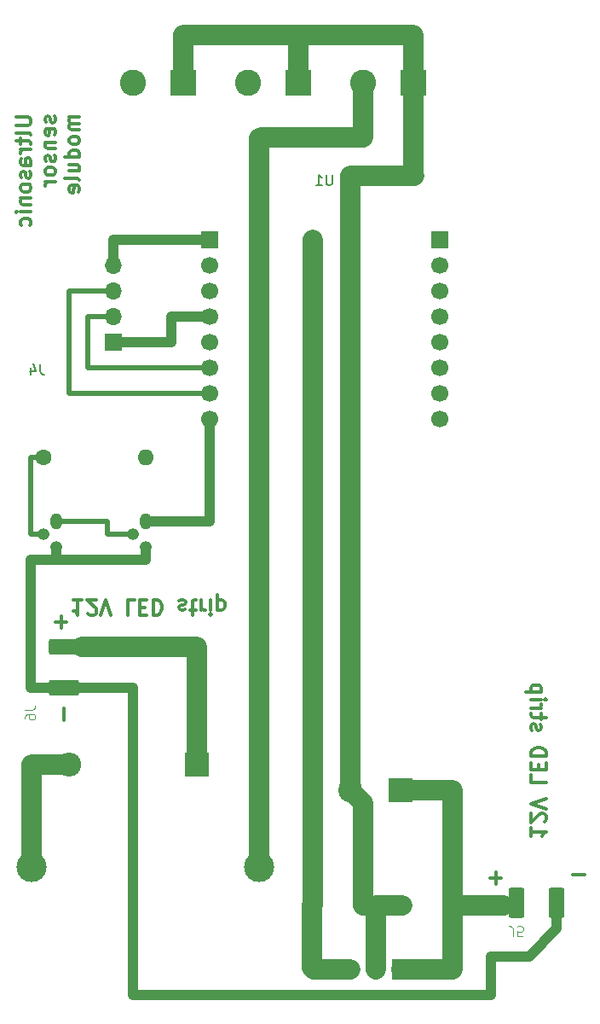
<source format=gbr>
%TF.GenerationSoftware,KiCad,Pcbnew,9.0.6*%
%TF.CreationDate,2025-11-15T16:36:52+01:00*%
%TF.ProjectId,mailbox_esp32_cam_v2_0,6d61696c-626f-4785-9f65-737033325f63,rev?*%
%TF.SameCoordinates,Original*%
%TF.FileFunction,Copper,L2,Bot*%
%TF.FilePolarity,Positive*%
%FSLAX46Y46*%
G04 Gerber Fmt 4.6, Leading zero omitted, Abs format (unit mm)*
G04 Created by KiCad (PCBNEW 9.0.6) date 2025-11-15 16:36:52*
%MOMM*%
%LPD*%
G01*
G04 APERTURE LIST*
G04 Aperture macros list*
%AMRoundRect*
0 Rectangle with rounded corners*
0 $1 Rounding radius*
0 $2 $3 $4 $5 $6 $7 $8 $9 X,Y pos of 4 corners*
0 Add a 4 corners polygon primitive as box body*
4,1,4,$2,$3,$4,$5,$6,$7,$8,$9,$2,$3,0*
0 Add four circle primitives for the rounded corners*
1,1,$1+$1,$2,$3*
1,1,$1+$1,$4,$5*
1,1,$1+$1,$6,$7*
1,1,$1+$1,$8,$9*
0 Add four rect primitives between the rounded corners*
20,1,$1+$1,$2,$3,$4,$5,0*
20,1,$1+$1,$4,$5,$6,$7,0*
20,1,$1+$1,$6,$7,$8,$9,0*
20,1,$1+$1,$8,$9,$2,$3,0*%
G04 Aperture macros list end*
%ADD10C,0.300000*%
%TA.AperFunction,NonConductor*%
%ADD11C,0.300000*%
%TD*%
%ADD12C,0.100000*%
%TA.AperFunction,NonConductor*%
%ADD13C,0.100000*%
%TD*%
%ADD14C,0.150000*%
%TA.AperFunction,NonConductor*%
%ADD15C,0.150000*%
%TD*%
%TA.AperFunction,ComponentPad*%
%ADD16O,1.200000X1.600000*%
%TD*%
%TA.AperFunction,ComponentPad*%
%ADD17O,1.200000X1.200000*%
%TD*%
%TA.AperFunction,ComponentPad*%
%ADD18R,2.400000X2.400000*%
%TD*%
%TA.AperFunction,ComponentPad*%
%ADD19O,2.400000X2.400000*%
%TD*%
%TA.AperFunction,ComponentPad*%
%ADD20C,3.000000*%
%TD*%
%TA.AperFunction,ComponentPad*%
%ADD21C,2.400000*%
%TD*%
%TA.AperFunction,ComponentPad*%
%ADD22C,1.600000*%
%TD*%
%TA.AperFunction,ComponentPad*%
%ADD23R,2.600000X2.600000*%
%TD*%
%TA.AperFunction,ComponentPad*%
%ADD24C,2.600000*%
%TD*%
%TA.AperFunction,ComponentPad*%
%ADD25R,1.905000X2.000000*%
%TD*%
%TA.AperFunction,ComponentPad*%
%ADD26O,1.905000X2.000000*%
%TD*%
%TA.AperFunction,ComponentPad*%
%ADD27O,1.600000X1.600000*%
%TD*%
%TA.AperFunction,SMDPad,CuDef*%
%ADD28RoundRect,0.250000X-1.250000X-0.550000X1.250000X-0.550000X1.250000X0.550000X-1.250000X0.550000X0*%
%TD*%
%TA.AperFunction,ComponentPad*%
%ADD29R,1.700000X1.700000*%
%TD*%
%TA.AperFunction,ComponentPad*%
%ADD30O,1.700000X1.700000*%
%TD*%
%TA.AperFunction,ComponentPad*%
%ADD31C,1.700000*%
%TD*%
%TA.AperFunction,SMDPad,CuDef*%
%ADD32RoundRect,0.250000X0.550000X-1.250000X0.550000X1.250000X-0.550000X1.250000X-0.550000X-1.250000X0*%
%TD*%
%TA.AperFunction,ViaPad*%
%ADD33C,0.600000*%
%TD*%
%TA.AperFunction,Conductor*%
%ADD34C,1.000000*%
%TD*%
%TA.AperFunction,Conductor*%
%ADD35C,2.000000*%
%TD*%
%TA.AperFunction,Conductor*%
%ADD36C,0.200000*%
%TD*%
%TA.AperFunction,Conductor*%
%ADD37C,0.500000*%
%TD*%
G04 APERTURE END LIST*
D10*
D11*
X27440600Y-102315489D02*
X27440600Y-101172632D01*
D10*
D11*
X70349400Y-117394510D02*
X70349400Y-118537368D01*
X70920828Y-117965939D02*
X69777971Y-117965939D01*
D10*
D11*
X29280225Y-90369171D02*
X28423082Y-90369171D01*
X28851653Y-90369171D02*
X28851653Y-91869171D01*
X28851653Y-91869171D02*
X28708796Y-91654885D01*
X28708796Y-91654885D02*
X28565939Y-91512028D01*
X28565939Y-91512028D02*
X28423082Y-91440600D01*
X29851653Y-91726314D02*
X29923081Y-91797742D01*
X29923081Y-91797742D02*
X30065939Y-91869171D01*
X30065939Y-91869171D02*
X30423081Y-91869171D01*
X30423081Y-91869171D02*
X30565939Y-91797742D01*
X30565939Y-91797742D02*
X30637367Y-91726314D01*
X30637367Y-91726314D02*
X30708796Y-91583457D01*
X30708796Y-91583457D02*
X30708796Y-91440600D01*
X30708796Y-91440600D02*
X30637367Y-91226314D01*
X30637367Y-91226314D02*
X29780224Y-90369171D01*
X29780224Y-90369171D02*
X30708796Y-90369171D01*
X31137367Y-91869171D02*
X31637367Y-90369171D01*
X31637367Y-90369171D02*
X32137367Y-91869171D01*
X34494509Y-90369171D02*
X33780223Y-90369171D01*
X33780223Y-90369171D02*
X33780223Y-91869171D01*
X34994509Y-91154885D02*
X35494509Y-91154885D01*
X35708795Y-90369171D02*
X34994509Y-90369171D01*
X34994509Y-90369171D02*
X34994509Y-91869171D01*
X34994509Y-91869171D02*
X35708795Y-91869171D01*
X36351652Y-90369171D02*
X36351652Y-91869171D01*
X36351652Y-91869171D02*
X36708795Y-91869171D01*
X36708795Y-91869171D02*
X36923081Y-91797742D01*
X36923081Y-91797742D02*
X37065938Y-91654885D01*
X37065938Y-91654885D02*
X37137367Y-91512028D01*
X37137367Y-91512028D02*
X37208795Y-91226314D01*
X37208795Y-91226314D02*
X37208795Y-91012028D01*
X37208795Y-91012028D02*
X37137367Y-90726314D01*
X37137367Y-90726314D02*
X37065938Y-90583457D01*
X37065938Y-90583457D02*
X36923081Y-90440600D01*
X36923081Y-90440600D02*
X36708795Y-90369171D01*
X36708795Y-90369171D02*
X36351652Y-90369171D01*
X38923081Y-90440600D02*
X39065938Y-90369171D01*
X39065938Y-90369171D02*
X39351652Y-90369171D01*
X39351652Y-90369171D02*
X39494509Y-90440600D01*
X39494509Y-90440600D02*
X39565938Y-90583457D01*
X39565938Y-90583457D02*
X39565938Y-90654885D01*
X39565938Y-90654885D02*
X39494509Y-90797742D01*
X39494509Y-90797742D02*
X39351652Y-90869171D01*
X39351652Y-90869171D02*
X39137367Y-90869171D01*
X39137367Y-90869171D02*
X38994509Y-90940600D01*
X38994509Y-90940600D02*
X38923081Y-91083457D01*
X38923081Y-91083457D02*
X38923081Y-91154885D01*
X38923081Y-91154885D02*
X38994509Y-91297742D01*
X38994509Y-91297742D02*
X39137367Y-91369171D01*
X39137367Y-91369171D02*
X39351652Y-91369171D01*
X39351652Y-91369171D02*
X39494509Y-91297742D01*
X39994510Y-91369171D02*
X40565938Y-91369171D01*
X40208795Y-91869171D02*
X40208795Y-90583457D01*
X40208795Y-90583457D02*
X40280224Y-90440600D01*
X40280224Y-90440600D02*
X40423081Y-90369171D01*
X40423081Y-90369171D02*
X40565938Y-90369171D01*
X41065938Y-90369171D02*
X41065938Y-91369171D01*
X41065938Y-91083457D02*
X41137367Y-91226314D01*
X41137367Y-91226314D02*
X41208796Y-91297742D01*
X41208796Y-91297742D02*
X41351653Y-91369171D01*
X41351653Y-91369171D02*
X41494510Y-91369171D01*
X41994509Y-90369171D02*
X41994509Y-91369171D01*
X41994509Y-91869171D02*
X41923081Y-91797742D01*
X41923081Y-91797742D02*
X41994509Y-91726314D01*
X41994509Y-91726314D02*
X42065938Y-91797742D01*
X42065938Y-91797742D02*
X41994509Y-91869171D01*
X41994509Y-91869171D02*
X41994509Y-91726314D01*
X42708795Y-91369171D02*
X42708795Y-89869171D01*
X42708795Y-91297742D02*
X42851653Y-91369171D01*
X42851653Y-91369171D02*
X43137367Y-91369171D01*
X43137367Y-91369171D02*
X43280224Y-91297742D01*
X43280224Y-91297742D02*
X43351653Y-91226314D01*
X43351653Y-91226314D02*
X43423081Y-91083457D01*
X43423081Y-91083457D02*
X43423081Y-90654885D01*
X43423081Y-90654885D02*
X43351653Y-90512028D01*
X43351653Y-90512028D02*
X43280224Y-90440600D01*
X43280224Y-90440600D02*
X43137367Y-90369171D01*
X43137367Y-90369171D02*
X42851653Y-90369171D01*
X42851653Y-90369171D02*
X42708795Y-90440600D01*
D10*
D11*
X27169400Y-91994510D02*
X27169400Y-93137368D01*
X27740828Y-92565939D02*
X26597971Y-92565939D01*
D10*
D11*
X78024510Y-117610600D02*
X79167368Y-117610600D01*
D10*
D11*
X22680996Y-42464510D02*
X23895282Y-42464510D01*
X23895282Y-42464510D02*
X24038139Y-42535939D01*
X24038139Y-42535939D02*
X24109568Y-42607368D01*
X24109568Y-42607368D02*
X24180996Y-42750225D01*
X24180996Y-42750225D02*
X24180996Y-43035939D01*
X24180996Y-43035939D02*
X24109568Y-43178796D01*
X24109568Y-43178796D02*
X24038139Y-43250225D01*
X24038139Y-43250225D02*
X23895282Y-43321653D01*
X23895282Y-43321653D02*
X22680996Y-43321653D01*
X24180996Y-44250225D02*
X24109568Y-44107368D01*
X24109568Y-44107368D02*
X23966710Y-44035939D01*
X23966710Y-44035939D02*
X22680996Y-44035939D01*
X23180996Y-44607368D02*
X23180996Y-45178796D01*
X22680996Y-44821653D02*
X23966710Y-44821653D01*
X23966710Y-44821653D02*
X24109568Y-44893082D01*
X24109568Y-44893082D02*
X24180996Y-45035939D01*
X24180996Y-45035939D02*
X24180996Y-45178796D01*
X24180996Y-45678796D02*
X23180996Y-45678796D01*
X23466710Y-45678796D02*
X23323853Y-45750225D01*
X23323853Y-45750225D02*
X23252425Y-45821654D01*
X23252425Y-45821654D02*
X23180996Y-45964511D01*
X23180996Y-45964511D02*
X23180996Y-46107368D01*
X24180996Y-47250225D02*
X23395282Y-47250225D01*
X23395282Y-47250225D02*
X23252425Y-47178796D01*
X23252425Y-47178796D02*
X23180996Y-47035939D01*
X23180996Y-47035939D02*
X23180996Y-46750225D01*
X23180996Y-46750225D02*
X23252425Y-46607367D01*
X24109568Y-47250225D02*
X24180996Y-47107367D01*
X24180996Y-47107367D02*
X24180996Y-46750225D01*
X24180996Y-46750225D02*
X24109568Y-46607367D01*
X24109568Y-46607367D02*
X23966710Y-46535939D01*
X23966710Y-46535939D02*
X23823853Y-46535939D01*
X23823853Y-46535939D02*
X23680996Y-46607367D01*
X23680996Y-46607367D02*
X23609568Y-46750225D01*
X23609568Y-46750225D02*
X23609568Y-47107367D01*
X23609568Y-47107367D02*
X23538139Y-47250225D01*
X24109568Y-47893082D02*
X24180996Y-48035939D01*
X24180996Y-48035939D02*
X24180996Y-48321653D01*
X24180996Y-48321653D02*
X24109568Y-48464510D01*
X24109568Y-48464510D02*
X23966710Y-48535939D01*
X23966710Y-48535939D02*
X23895282Y-48535939D01*
X23895282Y-48535939D02*
X23752425Y-48464510D01*
X23752425Y-48464510D02*
X23680996Y-48321653D01*
X23680996Y-48321653D02*
X23680996Y-48107368D01*
X23680996Y-48107368D02*
X23609568Y-47964510D01*
X23609568Y-47964510D02*
X23466710Y-47893082D01*
X23466710Y-47893082D02*
X23395282Y-47893082D01*
X23395282Y-47893082D02*
X23252425Y-47964510D01*
X23252425Y-47964510D02*
X23180996Y-48107368D01*
X23180996Y-48107368D02*
X23180996Y-48321653D01*
X23180996Y-48321653D02*
X23252425Y-48464510D01*
X24180996Y-49393082D02*
X24109568Y-49250225D01*
X24109568Y-49250225D02*
X24038139Y-49178796D01*
X24038139Y-49178796D02*
X23895282Y-49107368D01*
X23895282Y-49107368D02*
X23466710Y-49107368D01*
X23466710Y-49107368D02*
X23323853Y-49178796D01*
X23323853Y-49178796D02*
X23252425Y-49250225D01*
X23252425Y-49250225D02*
X23180996Y-49393082D01*
X23180996Y-49393082D02*
X23180996Y-49607368D01*
X23180996Y-49607368D02*
X23252425Y-49750225D01*
X23252425Y-49750225D02*
X23323853Y-49821654D01*
X23323853Y-49821654D02*
X23466710Y-49893082D01*
X23466710Y-49893082D02*
X23895282Y-49893082D01*
X23895282Y-49893082D02*
X24038139Y-49821654D01*
X24038139Y-49821654D02*
X24109568Y-49750225D01*
X24109568Y-49750225D02*
X24180996Y-49607368D01*
X24180996Y-49607368D02*
X24180996Y-49393082D01*
X23180996Y-50535939D02*
X24180996Y-50535939D01*
X23323853Y-50535939D02*
X23252425Y-50607368D01*
X23252425Y-50607368D02*
X23180996Y-50750225D01*
X23180996Y-50750225D02*
X23180996Y-50964511D01*
X23180996Y-50964511D02*
X23252425Y-51107368D01*
X23252425Y-51107368D02*
X23395282Y-51178797D01*
X23395282Y-51178797D02*
X24180996Y-51178797D01*
X24180996Y-51893082D02*
X23180996Y-51893082D01*
X22680996Y-51893082D02*
X22752425Y-51821654D01*
X22752425Y-51821654D02*
X22823853Y-51893082D01*
X22823853Y-51893082D02*
X22752425Y-51964511D01*
X22752425Y-51964511D02*
X22680996Y-51893082D01*
X22680996Y-51893082D02*
X22823853Y-51893082D01*
X24109568Y-53250226D02*
X24180996Y-53107368D01*
X24180996Y-53107368D02*
X24180996Y-52821654D01*
X24180996Y-52821654D02*
X24109568Y-52678797D01*
X24109568Y-52678797D02*
X24038139Y-52607368D01*
X24038139Y-52607368D02*
X23895282Y-52535940D01*
X23895282Y-52535940D02*
X23466710Y-52535940D01*
X23466710Y-52535940D02*
X23323853Y-52607368D01*
X23323853Y-52607368D02*
X23252425Y-52678797D01*
X23252425Y-52678797D02*
X23180996Y-52821654D01*
X23180996Y-52821654D02*
X23180996Y-53107368D01*
X23180996Y-53107368D02*
X23252425Y-53250226D01*
X26524484Y-42393082D02*
X26595912Y-42535939D01*
X26595912Y-42535939D02*
X26595912Y-42821653D01*
X26595912Y-42821653D02*
X26524484Y-42964510D01*
X26524484Y-42964510D02*
X26381626Y-43035939D01*
X26381626Y-43035939D02*
X26310198Y-43035939D01*
X26310198Y-43035939D02*
X26167341Y-42964510D01*
X26167341Y-42964510D02*
X26095912Y-42821653D01*
X26095912Y-42821653D02*
X26095912Y-42607368D01*
X26095912Y-42607368D02*
X26024484Y-42464510D01*
X26024484Y-42464510D02*
X25881626Y-42393082D01*
X25881626Y-42393082D02*
X25810198Y-42393082D01*
X25810198Y-42393082D02*
X25667341Y-42464510D01*
X25667341Y-42464510D02*
X25595912Y-42607368D01*
X25595912Y-42607368D02*
X25595912Y-42821653D01*
X25595912Y-42821653D02*
X25667341Y-42964510D01*
X26524484Y-44250225D02*
X26595912Y-44107368D01*
X26595912Y-44107368D02*
X26595912Y-43821654D01*
X26595912Y-43821654D02*
X26524484Y-43678796D01*
X26524484Y-43678796D02*
X26381626Y-43607368D01*
X26381626Y-43607368D02*
X25810198Y-43607368D01*
X25810198Y-43607368D02*
X25667341Y-43678796D01*
X25667341Y-43678796D02*
X25595912Y-43821654D01*
X25595912Y-43821654D02*
X25595912Y-44107368D01*
X25595912Y-44107368D02*
X25667341Y-44250225D01*
X25667341Y-44250225D02*
X25810198Y-44321654D01*
X25810198Y-44321654D02*
X25953055Y-44321654D01*
X25953055Y-44321654D02*
X26095912Y-43607368D01*
X25595912Y-44964510D02*
X26595912Y-44964510D01*
X25738769Y-44964510D02*
X25667341Y-45035939D01*
X25667341Y-45035939D02*
X25595912Y-45178796D01*
X25595912Y-45178796D02*
X25595912Y-45393082D01*
X25595912Y-45393082D02*
X25667341Y-45535939D01*
X25667341Y-45535939D02*
X25810198Y-45607368D01*
X25810198Y-45607368D02*
X26595912Y-45607368D01*
X26524484Y-46250225D02*
X26595912Y-46393082D01*
X26595912Y-46393082D02*
X26595912Y-46678796D01*
X26595912Y-46678796D02*
X26524484Y-46821653D01*
X26524484Y-46821653D02*
X26381626Y-46893082D01*
X26381626Y-46893082D02*
X26310198Y-46893082D01*
X26310198Y-46893082D02*
X26167341Y-46821653D01*
X26167341Y-46821653D02*
X26095912Y-46678796D01*
X26095912Y-46678796D02*
X26095912Y-46464511D01*
X26095912Y-46464511D02*
X26024484Y-46321653D01*
X26024484Y-46321653D02*
X25881626Y-46250225D01*
X25881626Y-46250225D02*
X25810198Y-46250225D01*
X25810198Y-46250225D02*
X25667341Y-46321653D01*
X25667341Y-46321653D02*
X25595912Y-46464511D01*
X25595912Y-46464511D02*
X25595912Y-46678796D01*
X25595912Y-46678796D02*
X25667341Y-46821653D01*
X26595912Y-47750225D02*
X26524484Y-47607368D01*
X26524484Y-47607368D02*
X26453055Y-47535939D01*
X26453055Y-47535939D02*
X26310198Y-47464511D01*
X26310198Y-47464511D02*
X25881626Y-47464511D01*
X25881626Y-47464511D02*
X25738769Y-47535939D01*
X25738769Y-47535939D02*
X25667341Y-47607368D01*
X25667341Y-47607368D02*
X25595912Y-47750225D01*
X25595912Y-47750225D02*
X25595912Y-47964511D01*
X25595912Y-47964511D02*
X25667341Y-48107368D01*
X25667341Y-48107368D02*
X25738769Y-48178797D01*
X25738769Y-48178797D02*
X25881626Y-48250225D01*
X25881626Y-48250225D02*
X26310198Y-48250225D01*
X26310198Y-48250225D02*
X26453055Y-48178797D01*
X26453055Y-48178797D02*
X26524484Y-48107368D01*
X26524484Y-48107368D02*
X26595912Y-47964511D01*
X26595912Y-47964511D02*
X26595912Y-47750225D01*
X26595912Y-48893082D02*
X25595912Y-48893082D01*
X25881626Y-48893082D02*
X25738769Y-48964511D01*
X25738769Y-48964511D02*
X25667341Y-49035940D01*
X25667341Y-49035940D02*
X25595912Y-49178797D01*
X25595912Y-49178797D02*
X25595912Y-49321654D01*
X29010828Y-42464510D02*
X28010828Y-42464510D01*
X28153685Y-42464510D02*
X28082257Y-42535939D01*
X28082257Y-42535939D02*
X28010828Y-42678796D01*
X28010828Y-42678796D02*
X28010828Y-42893082D01*
X28010828Y-42893082D02*
X28082257Y-43035939D01*
X28082257Y-43035939D02*
X28225114Y-43107368D01*
X28225114Y-43107368D02*
X29010828Y-43107368D01*
X28225114Y-43107368D02*
X28082257Y-43178796D01*
X28082257Y-43178796D02*
X28010828Y-43321653D01*
X28010828Y-43321653D02*
X28010828Y-43535939D01*
X28010828Y-43535939D02*
X28082257Y-43678796D01*
X28082257Y-43678796D02*
X28225114Y-43750225D01*
X28225114Y-43750225D02*
X29010828Y-43750225D01*
X29010828Y-44678796D02*
X28939400Y-44535939D01*
X28939400Y-44535939D02*
X28867971Y-44464510D01*
X28867971Y-44464510D02*
X28725114Y-44393082D01*
X28725114Y-44393082D02*
X28296542Y-44393082D01*
X28296542Y-44393082D02*
X28153685Y-44464510D01*
X28153685Y-44464510D02*
X28082257Y-44535939D01*
X28082257Y-44535939D02*
X28010828Y-44678796D01*
X28010828Y-44678796D02*
X28010828Y-44893082D01*
X28010828Y-44893082D02*
X28082257Y-45035939D01*
X28082257Y-45035939D02*
X28153685Y-45107368D01*
X28153685Y-45107368D02*
X28296542Y-45178796D01*
X28296542Y-45178796D02*
X28725114Y-45178796D01*
X28725114Y-45178796D02*
X28867971Y-45107368D01*
X28867971Y-45107368D02*
X28939400Y-45035939D01*
X28939400Y-45035939D02*
X29010828Y-44893082D01*
X29010828Y-44893082D02*
X29010828Y-44678796D01*
X29010828Y-46464511D02*
X27510828Y-46464511D01*
X28939400Y-46464511D02*
X29010828Y-46321653D01*
X29010828Y-46321653D02*
X29010828Y-46035939D01*
X29010828Y-46035939D02*
X28939400Y-45893082D01*
X28939400Y-45893082D02*
X28867971Y-45821653D01*
X28867971Y-45821653D02*
X28725114Y-45750225D01*
X28725114Y-45750225D02*
X28296542Y-45750225D01*
X28296542Y-45750225D02*
X28153685Y-45821653D01*
X28153685Y-45821653D02*
X28082257Y-45893082D01*
X28082257Y-45893082D02*
X28010828Y-46035939D01*
X28010828Y-46035939D02*
X28010828Y-46321653D01*
X28010828Y-46321653D02*
X28082257Y-46464511D01*
X28010828Y-47821654D02*
X29010828Y-47821654D01*
X28010828Y-47178796D02*
X28796542Y-47178796D01*
X28796542Y-47178796D02*
X28939400Y-47250225D01*
X28939400Y-47250225D02*
X29010828Y-47393082D01*
X29010828Y-47393082D02*
X29010828Y-47607368D01*
X29010828Y-47607368D02*
X28939400Y-47750225D01*
X28939400Y-47750225D02*
X28867971Y-47821654D01*
X29010828Y-48750225D02*
X28939400Y-48607368D01*
X28939400Y-48607368D02*
X28796542Y-48535939D01*
X28796542Y-48535939D02*
X27510828Y-48535939D01*
X28939400Y-49893082D02*
X29010828Y-49750225D01*
X29010828Y-49750225D02*
X29010828Y-49464511D01*
X29010828Y-49464511D02*
X28939400Y-49321653D01*
X28939400Y-49321653D02*
X28796542Y-49250225D01*
X28796542Y-49250225D02*
X28225114Y-49250225D01*
X28225114Y-49250225D02*
X28082257Y-49321653D01*
X28082257Y-49321653D02*
X28010828Y-49464511D01*
X28010828Y-49464511D02*
X28010828Y-49750225D01*
X28010828Y-49750225D02*
X28082257Y-49893082D01*
X28082257Y-49893082D02*
X28225114Y-49964511D01*
X28225114Y-49964511D02*
X28367971Y-49964511D01*
X28367971Y-49964511D02*
X28510828Y-49250225D01*
D10*
D11*
X73859171Y-112959774D02*
X73859171Y-113816917D01*
X73859171Y-113388346D02*
X75359171Y-113388346D01*
X75359171Y-113388346D02*
X75144885Y-113531203D01*
X75144885Y-113531203D02*
X75002028Y-113674060D01*
X75002028Y-113674060D02*
X74930600Y-113816917D01*
X75216314Y-112388346D02*
X75287742Y-112316918D01*
X75287742Y-112316918D02*
X75359171Y-112174061D01*
X75359171Y-112174061D02*
X75359171Y-111816918D01*
X75359171Y-111816918D02*
X75287742Y-111674061D01*
X75287742Y-111674061D02*
X75216314Y-111602632D01*
X75216314Y-111602632D02*
X75073457Y-111531203D01*
X75073457Y-111531203D02*
X74930600Y-111531203D01*
X74930600Y-111531203D02*
X74716314Y-111602632D01*
X74716314Y-111602632D02*
X73859171Y-112459775D01*
X73859171Y-112459775D02*
X73859171Y-111531203D01*
X75359171Y-111102632D02*
X73859171Y-110602632D01*
X73859171Y-110602632D02*
X75359171Y-110102632D01*
X73859171Y-107745490D02*
X73859171Y-108459776D01*
X73859171Y-108459776D02*
X75359171Y-108459776D01*
X74644885Y-107245490D02*
X74644885Y-106745490D01*
X73859171Y-106531204D02*
X73859171Y-107245490D01*
X73859171Y-107245490D02*
X75359171Y-107245490D01*
X75359171Y-107245490D02*
X75359171Y-106531204D01*
X73859171Y-105888347D02*
X75359171Y-105888347D01*
X75359171Y-105888347D02*
X75359171Y-105531204D01*
X75359171Y-105531204D02*
X75287742Y-105316918D01*
X75287742Y-105316918D02*
X75144885Y-105174061D01*
X75144885Y-105174061D02*
X75002028Y-105102632D01*
X75002028Y-105102632D02*
X74716314Y-105031204D01*
X74716314Y-105031204D02*
X74502028Y-105031204D01*
X74502028Y-105031204D02*
X74216314Y-105102632D01*
X74216314Y-105102632D02*
X74073457Y-105174061D01*
X74073457Y-105174061D02*
X73930600Y-105316918D01*
X73930600Y-105316918D02*
X73859171Y-105531204D01*
X73859171Y-105531204D02*
X73859171Y-105888347D01*
X73930600Y-103316918D02*
X73859171Y-103174061D01*
X73859171Y-103174061D02*
X73859171Y-102888347D01*
X73859171Y-102888347D02*
X73930600Y-102745490D01*
X73930600Y-102745490D02*
X74073457Y-102674061D01*
X74073457Y-102674061D02*
X74144885Y-102674061D01*
X74144885Y-102674061D02*
X74287742Y-102745490D01*
X74287742Y-102745490D02*
X74359171Y-102888347D01*
X74359171Y-102888347D02*
X74359171Y-103102633D01*
X74359171Y-103102633D02*
X74430600Y-103245490D01*
X74430600Y-103245490D02*
X74573457Y-103316918D01*
X74573457Y-103316918D02*
X74644885Y-103316918D01*
X74644885Y-103316918D02*
X74787742Y-103245490D01*
X74787742Y-103245490D02*
X74859171Y-103102633D01*
X74859171Y-103102633D02*
X74859171Y-102888347D01*
X74859171Y-102888347D02*
X74787742Y-102745490D01*
X74859171Y-102245489D02*
X74859171Y-101674061D01*
X75359171Y-102031204D02*
X74073457Y-102031204D01*
X74073457Y-102031204D02*
X73930600Y-101959775D01*
X73930600Y-101959775D02*
X73859171Y-101816918D01*
X73859171Y-101816918D02*
X73859171Y-101674061D01*
X73859171Y-101174061D02*
X74859171Y-101174061D01*
X74573457Y-101174061D02*
X74716314Y-101102632D01*
X74716314Y-101102632D02*
X74787742Y-101031204D01*
X74787742Y-101031204D02*
X74859171Y-100888346D01*
X74859171Y-100888346D02*
X74859171Y-100745489D01*
X73859171Y-100245490D02*
X74859171Y-100245490D01*
X75359171Y-100245490D02*
X75287742Y-100316918D01*
X75287742Y-100316918D02*
X75216314Y-100245490D01*
X75216314Y-100245490D02*
X75287742Y-100174061D01*
X75287742Y-100174061D02*
X75359171Y-100245490D01*
X75359171Y-100245490D02*
X75216314Y-100245490D01*
X74859171Y-99531204D02*
X73359171Y-99531204D01*
X74787742Y-99531204D02*
X74859171Y-99388347D01*
X74859171Y-99388347D02*
X74859171Y-99102632D01*
X74859171Y-99102632D02*
X74787742Y-98959775D01*
X74787742Y-98959775D02*
X74716314Y-98888347D01*
X74716314Y-98888347D02*
X74573457Y-98816918D01*
X74573457Y-98816918D02*
X74144885Y-98816918D01*
X74144885Y-98816918D02*
X74002028Y-98888347D01*
X74002028Y-98888347D02*
X73930600Y-98959775D01*
X73930600Y-98959775D02*
X73859171Y-99102632D01*
X73859171Y-99102632D02*
X73859171Y-99388347D01*
X73859171Y-99388347D02*
X73930600Y-99531204D01*
D12*
D13*
X23587419Y-101266666D02*
X24301704Y-101266666D01*
X24301704Y-101266666D02*
X24444561Y-101219047D01*
X24444561Y-101219047D02*
X24539800Y-101123809D01*
X24539800Y-101123809D02*
X24587419Y-100980952D01*
X24587419Y-100980952D02*
X24587419Y-100885714D01*
X23587419Y-102171428D02*
X23587419Y-101980952D01*
X23587419Y-101980952D02*
X23635038Y-101885714D01*
X23635038Y-101885714D02*
X23682657Y-101838095D01*
X23682657Y-101838095D02*
X23825514Y-101742857D01*
X23825514Y-101742857D02*
X24015990Y-101695238D01*
X24015990Y-101695238D02*
X24396942Y-101695238D01*
X24396942Y-101695238D02*
X24492180Y-101742857D01*
X24492180Y-101742857D02*
X24539800Y-101790476D01*
X24539800Y-101790476D02*
X24587419Y-101885714D01*
X24587419Y-101885714D02*
X24587419Y-102076190D01*
X24587419Y-102076190D02*
X24539800Y-102171428D01*
X24539800Y-102171428D02*
X24492180Y-102219047D01*
X24492180Y-102219047D02*
X24396942Y-102266666D01*
X24396942Y-102266666D02*
X24158847Y-102266666D01*
X24158847Y-102266666D02*
X24063609Y-102219047D01*
X24063609Y-102219047D02*
X24015990Y-102171428D01*
X24015990Y-102171428D02*
X23968371Y-102076190D01*
X23968371Y-102076190D02*
X23968371Y-101885714D01*
X23968371Y-101885714D02*
X24015990Y-101790476D01*
X24015990Y-101790476D02*
X24063609Y-101742857D01*
X24063609Y-101742857D02*
X24158847Y-101695238D01*
D14*
D15*
X25098333Y-66994819D02*
X25098333Y-67709104D01*
X25098333Y-67709104D02*
X25145952Y-67851961D01*
X25145952Y-67851961D02*
X25241190Y-67947200D01*
X25241190Y-67947200D02*
X25384047Y-67994819D01*
X25384047Y-67994819D02*
X25479285Y-67994819D01*
X24193571Y-67328152D02*
X24193571Y-67994819D01*
X24431666Y-66947200D02*
X24669761Y-67661485D01*
X24669761Y-67661485D02*
X24050714Y-67661485D01*
D14*
D15*
X54101904Y-48222819D02*
X54101904Y-49032342D01*
X54101904Y-49032342D02*
X54054285Y-49127580D01*
X54054285Y-49127580D02*
X54006666Y-49175200D01*
X54006666Y-49175200D02*
X53911428Y-49222819D01*
X53911428Y-49222819D02*
X53720952Y-49222819D01*
X53720952Y-49222819D02*
X53625714Y-49175200D01*
X53625714Y-49175200D02*
X53578095Y-49127580D01*
X53578095Y-49127580D02*
X53530476Y-49032342D01*
X53530476Y-49032342D02*
X53530476Y-48222819D01*
X52530476Y-49222819D02*
X53101904Y-49222819D01*
X52816190Y-49222819D02*
X52816190Y-48222819D01*
X52816190Y-48222819D02*
X52911428Y-48365676D01*
X52911428Y-48365676D02*
X53006666Y-48460914D01*
X53006666Y-48460914D02*
X53101904Y-48508533D01*
D12*
D13*
X72056666Y-123732580D02*
X72056666Y-123018295D01*
X72056666Y-123018295D02*
X72009047Y-122875438D01*
X72009047Y-122875438D02*
X71913809Y-122780200D01*
X71913809Y-122780200D02*
X71770952Y-122732580D01*
X71770952Y-122732580D02*
X71675714Y-122732580D01*
X73009047Y-123732580D02*
X72532857Y-123732580D01*
X72532857Y-123732580D02*
X72485238Y-123256390D01*
X72485238Y-123256390D02*
X72532857Y-123304009D01*
X72532857Y-123304009D02*
X72628095Y-123351628D01*
X72628095Y-123351628D02*
X72866190Y-123351628D01*
X72866190Y-123351628D02*
X72961428Y-123304009D01*
X72961428Y-123304009D02*
X73009047Y-123256390D01*
X73009047Y-123256390D02*
X73056666Y-123161152D01*
X73056666Y-123161152D02*
X73056666Y-122923057D01*
X73056666Y-122923057D02*
X73009047Y-122827819D01*
X73009047Y-122827819D02*
X72961428Y-122780200D01*
X72961428Y-122780200D02*
X72866190Y-122732580D01*
X72866190Y-122732580D02*
X72628095Y-122732580D01*
X72628095Y-122732580D02*
X72532857Y-122780200D01*
X72532857Y-122780200D02*
X72485238Y-122827819D01*
D16*
%TO.P,Q2,1,E*%
%TO.N,Net-(Q1-B)*%
X26670000Y-82550000D03*
D17*
%TO.P,Q2,2,B*%
%TO.N,Net-(Q2-B)*%
X25400000Y-83820000D03*
%TO.P,Q2,3,C*%
%TO.N,Net-(J5-Pin_2)*%
X26670000Y-85090000D03*
%TD*%
D18*
%TO.P,D5,1,K*%
%TO.N,Net-(D5-K)*%
X40640000Y-106680000D03*
D19*
%TO.P,D5,2,A*%
%TO.N,Net-(D5-A)*%
X27940000Y-106680000D03*
%TD*%
D20*
%TO.P,F1,1*%
%TO.N,Net-(J1-Pin_2)*%
X46860000Y-116840000D03*
%TO.P,F1,2*%
%TO.N,Net-(D5-A)*%
X24260000Y-116840000D03*
%TD*%
D18*
%TO.P,C1,1*%
%TO.N,Net-(D5-K)*%
X60880000Y-109220000D03*
D21*
%TO.P,C1,2*%
%TO.N,GNDD*%
X55880000Y-109220000D03*
%TD*%
D22*
%TO.P,C3,1*%
%TO.N,+5V*%
X52150000Y-120650000D03*
%TO.P,C3,2*%
%TO.N,GNDD*%
X57150000Y-120650000D03*
%TD*%
D23*
%TO.P,J3,1,Pin_1*%
%TO.N,GNDD*%
X50720000Y-39065000D03*
D24*
%TO.P,J3,2,Pin_2*%
%TO.N,Net-(J3-Pin_2)*%
X45720000Y-39065000D03*
%TD*%
D25*
%TO.P,U2,1,VI*%
%TO.N,Net-(D5-K)*%
X60960000Y-127000000D03*
D26*
%TO.P,U2,2,GND*%
%TO.N,GNDD*%
X58420000Y-127000000D03*
%TO.P,U2,3,VO*%
%TO.N,+5V*%
X55880000Y-127000000D03*
%TD*%
D16*
%TO.P,Q1,1,E*%
%TO.N,GNDD*%
X35560000Y-82550000D03*
D17*
%TO.P,Q1,2,B*%
%TO.N,Net-(Q1-B)*%
X34290000Y-83820000D03*
%TO.P,Q1,3,C*%
%TO.N,Net-(J5-Pin_2)*%
X35560000Y-85090000D03*
%TD*%
D23*
%TO.P,J1,1,Pin_1*%
%TO.N,GNDD*%
X62150000Y-39065000D03*
D24*
%TO.P,J1,2,Pin_2*%
%TO.N,Net-(J1-Pin_2)*%
X57150000Y-39065000D03*
%TD*%
D22*
%TO.P,C2,1*%
%TO.N,Net-(D5-K)*%
X66040000Y-120650000D03*
%TO.P,C2,2*%
%TO.N,GNDD*%
X61040000Y-120650000D03*
%TD*%
%TO.P,R4,1*%
%TO.N,Net-(Q2-B)*%
X25400000Y-76200000D03*
D27*
%TO.P,R4,2*%
%TO.N,Net-(U1-IO4)*%
X35560000Y-76200000D03*
%TD*%
D23*
%TO.P,J2,1,Pin_1*%
%TO.N,GNDD*%
X39290000Y-39065000D03*
D24*
%TO.P,J2,2,Pin_2*%
%TO.N,Net-(J2-Pin_2)*%
X34290000Y-39065000D03*
%TD*%
D28*
%TO.P,J6,1,Pin_1*%
%TO.N,Net-(D5-K)*%
X27440000Y-95060000D03*
%TO.P,J6,2,Pin_2*%
%TO.N,Net-(J5-Pin_2)*%
X27440000Y-99060000D03*
%TD*%
D29*
%TO.P,J4,1,Pin_1*%
%TO.N,GNDD*%
X32340000Y-64770000D03*
D30*
%TO.P,J4,2,Pin_2*%
%TO.N,Echo*%
X32340000Y-62230000D03*
%TO.P,J4,3,Pin_3*%
%TO.N,Trig*%
X32340000Y-59690000D03*
%TO.P,J4,4,Pin_4*%
%TO.N,+3.3V*%
X32340000Y-57150000D03*
%TD*%
D31*
%TO.P,U1,1,IO4*%
%TO.N,Net-(U1-IO4)*%
X64770000Y-72390000D03*
%TO.P,U1,2,IO2*%
%TO.N,unconnected-(U1-IO2-Pad2)*%
X64770000Y-69850000D03*
%TO.P,U1,3,IO14*%
%TO.N,Net-(J3-Pin_2)*%
X64770000Y-67310000D03*
%TO.P,U1,4,IO15*%
%TO.N,unconnected-(U1-IO15-Pad4)*%
X64770000Y-64770000D03*
%TO.P,U1,5,IO13*%
%TO.N,Net-(J2-Pin_2)*%
X64770000Y-62230000D03*
%TO.P,U1,6,IO12*%
%TO.N,unconnected-(U1-IO12-Pad6)*%
X64770000Y-59690000D03*
%TO.P,U1,7,GND_1*%
%TO.N,GNDD*%
X64770000Y-57150000D03*
D29*
%TO.P,U1,8,5V*%
%TO.N,+5V*%
X64770000Y-54610000D03*
%TO.P,U1,9,3V3*%
%TO.N,+3.3V*%
X41910000Y-54610000D03*
D31*
%TO.P,U1,10,IO16*%
%TO.N,unconnected-(U1-IO16-Pad10)*%
X41910000Y-57150000D03*
%TO.P,U1,11,IO0*%
%TO.N,unconnected-(U1-IO0-Pad11)*%
X41910000Y-59690000D03*
%TO.P,U1,12,GND_2*%
%TO.N,GNDD*%
X41910000Y-62230000D03*
%TO.P,U1,13,VCC*%
%TO.N,unconnected-(U1-VCC-Pad13)*%
X41910000Y-64770000D03*
%TO.P,U1,14,U0R*%
%TO.N,Echo*%
X41910000Y-67310000D03*
%TO.P,U1,15,U0T*%
%TO.N,Trig*%
X41910000Y-69850000D03*
%TO.P,U1,16,GND_3*%
%TO.N,GNDD*%
X41910000Y-72390000D03*
%TD*%
D32*
%TO.P,J5,1,Pin_1*%
%TO.N,Net-(D5-K)*%
X72390000Y-120420000D03*
%TO.P,J5,2,Pin_2*%
%TO.N,Net-(J5-Pin_2)*%
X76390000Y-120420000D03*
%TD*%
D33*
%TO.N,GNDD*%
X55880000Y-62230000D03*
X55880000Y-72390000D03*
X55880000Y-57150000D03*
%TO.N,+5V*%
X52070000Y-54610000D03*
%TD*%
D34*
%TO.N,GNDD*%
X35560000Y-82550000D02*
X41910000Y-82550000D01*
D35*
X50800000Y-34290000D02*
X62070000Y-34290000D01*
D34*
X41910000Y-62230000D02*
X38100000Y-62230000D01*
X41910000Y-82550000D02*
X41910000Y-72390000D01*
D35*
X57150000Y-110490000D02*
X57150000Y-120650000D01*
X62230000Y-48260000D02*
X55880000Y-48260000D01*
X50720000Y-39065000D02*
X50720000Y-34370000D01*
X62150000Y-34370000D02*
X62150000Y-39065000D01*
X58420000Y-127000000D02*
X58420000Y-120650000D01*
X62150000Y-39065000D02*
X62150000Y-48180000D01*
X39290000Y-39065000D02*
X39290000Y-34370000D01*
X39370000Y-34290000D02*
X50800000Y-34290000D01*
D34*
X38100000Y-64770000D02*
X32340000Y-64770000D01*
D35*
X55880000Y-109220000D02*
X57150000Y-110490000D01*
X50720000Y-34370000D02*
X50800000Y-34290000D01*
X39290000Y-34370000D02*
X39370000Y-34290000D01*
D34*
X38100000Y-62230000D02*
X38100000Y-64770000D01*
D35*
X62070000Y-34290000D02*
X62150000Y-34370000D01*
X58420000Y-120650000D02*
X61040000Y-120650000D01*
X55880000Y-48260000D02*
X55880000Y-109220000D01*
X62150000Y-48180000D02*
X62230000Y-48260000D01*
%TO.N,+5V*%
X52230000Y-127000000D02*
X52070000Y-126840000D01*
X55880000Y-127000000D02*
X52230000Y-127000000D01*
X52070000Y-126840000D02*
X52070000Y-120730000D01*
X52070000Y-120730000D02*
X52150000Y-120650000D01*
X52150000Y-120650000D02*
X52150000Y-54690000D01*
D36*
X52150000Y-54690000D02*
X52070000Y-54610000D01*
D35*
%TO.N,Net-(D5-K)*%
X40640000Y-106680000D02*
X40640000Y-95060000D01*
X66040000Y-127000000D02*
X66040000Y-121920000D01*
X60960000Y-127000000D02*
X66040000Y-127000000D01*
X66040000Y-121920000D02*
X66040000Y-120650000D01*
X66040000Y-120650000D02*
X71120000Y-120650000D01*
X66040000Y-109220000D02*
X60880000Y-109220000D01*
X40640000Y-95060000D02*
X29210000Y-95060000D01*
X66040000Y-120650000D02*
X66040000Y-109220000D01*
%TO.N,Net-(D5-A)*%
X27940000Y-106680000D02*
X24260000Y-106680000D01*
X24260000Y-106680000D02*
X24260000Y-116840000D01*
%TO.N,Net-(J1-Pin_2)*%
X46990000Y-44450000D02*
X57150000Y-44450000D01*
X57150000Y-44450000D02*
X57150000Y-39065000D01*
D36*
X46860000Y-44580000D02*
X46990000Y-44450000D01*
D35*
X46860000Y-116840000D02*
X46860000Y-44580000D01*
D34*
%TO.N,+3.3V*%
X41910000Y-54610000D02*
X32340000Y-54610000D01*
X32340000Y-54610000D02*
X32340000Y-57150000D01*
D37*
%TO.N,Trig*%
X41910000Y-69850000D02*
X27940000Y-69850000D01*
X27940000Y-69850000D02*
X27940000Y-59690000D01*
X27940000Y-59690000D02*
X32340000Y-59690000D01*
%TO.N,Echo*%
X29845000Y-62230000D02*
X32340000Y-62230000D01*
X41910000Y-67310000D02*
X29845000Y-67310000D01*
X29845000Y-67310000D02*
X29845000Y-62230000D01*
%TO.N,Net-(Q1-B)*%
X31750000Y-82550000D02*
X31750000Y-83820000D01*
X33020000Y-83820000D02*
X34290000Y-83820000D01*
X26670000Y-82550000D02*
X31750000Y-82550000D01*
X31750000Y-83820000D02*
X33020000Y-83820000D01*
%TO.N,Net-(Q2-B)*%
X25400000Y-76200000D02*
X24130000Y-76200000D01*
X24130000Y-76200000D02*
X24130000Y-83820000D01*
X24130000Y-83820000D02*
X25400000Y-83820000D01*
D34*
%TO.N,Net-(J5-Pin_2)*%
X76390000Y-120420000D02*
X76390000Y-123000000D01*
X76390000Y-123000000D02*
X73660000Y-125730000D01*
X69850000Y-129540000D02*
X34290000Y-129540000D01*
X35560000Y-86360000D02*
X26670000Y-86360000D01*
X69850000Y-125730000D02*
X69850000Y-129540000D01*
X34290000Y-129540000D02*
X34290000Y-99060000D01*
X73660000Y-125730000D02*
X69850000Y-125730000D01*
X27440000Y-99060000D02*
X24130000Y-99060000D01*
X24130000Y-86360000D02*
X26670000Y-86360000D01*
X35560000Y-85090000D02*
X35560000Y-86360000D01*
X26670000Y-86360000D02*
X26670000Y-85090000D01*
X24130000Y-99060000D02*
X24130000Y-86360000D01*
X34290000Y-99060000D02*
X27440000Y-99060000D01*
%TD*%
M02*

</source>
